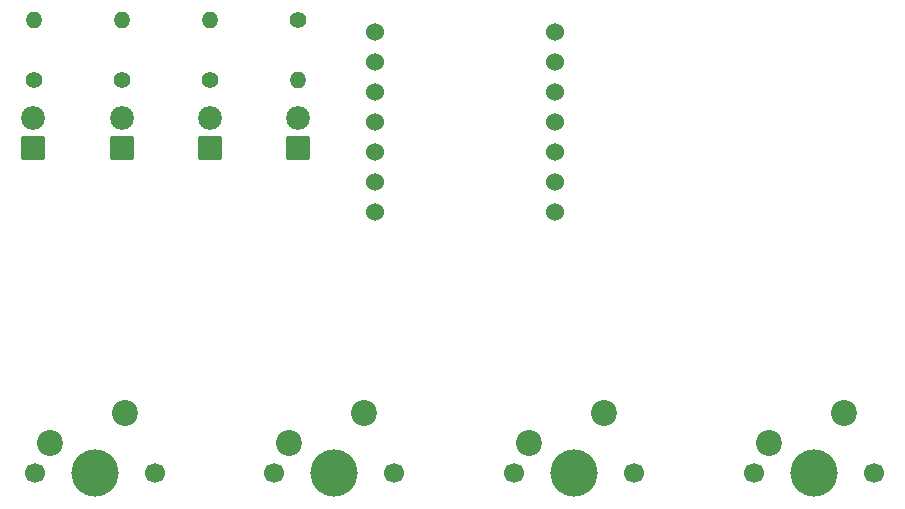
<source format=gbr>
%TF.GenerationSoftware,KiCad,Pcbnew,8.0.8*%
%TF.CreationDate,2025-07-03T12:07:37-04:00*%
%TF.ProjectId,pathfinder,70617468-6669-46e6-9465-722e6b696361,rev?*%
%TF.SameCoordinates,Original*%
%TF.FileFunction,Soldermask,Bot*%
%TF.FilePolarity,Negative*%
%FSLAX46Y46*%
G04 Gerber Fmt 4.6, Leading zero omitted, Abs format (unit mm)*
G04 Created by KiCad (PCBNEW 8.0.8) date 2025-07-03 12:07:37*
%MOMM*%
%LPD*%
G01*
G04 APERTURE LIST*
G04 Aperture macros list*
%AMRoundRect*
0 Rectangle with rounded corners*
0 $1 Rounding radius*
0 $2 $3 $4 $5 $6 $7 $8 $9 X,Y pos of 4 corners*
0 Add a 4 corners polygon primitive as box body*
4,1,4,$2,$3,$4,$5,$6,$7,$8,$9,$2,$3,0*
0 Add four circle primitives for the rounded corners*
1,1,$1+$1,$2,$3*
1,1,$1+$1,$4,$5*
1,1,$1+$1,$6,$7*
1,1,$1+$1,$8,$9*
0 Add four rect primitives between the rounded corners*
20,1,$1+$1,$2,$3,$4,$5,0*
20,1,$1+$1,$4,$5,$6,$7,0*
20,1,$1+$1,$6,$7,$8,$9,0*
20,1,$1+$1,$8,$9,$2,$3,0*%
G04 Aperture macros list end*
%ADD10C,2.019000*%
%ADD11RoundRect,0.102000X0.907500X-0.907500X0.907500X0.907500X-0.907500X0.907500X-0.907500X-0.907500X0*%
%ADD12C,1.700000*%
%ADD13C,4.000000*%
%ADD14C,2.200000*%
%ADD15C,1.400000*%
%ADD16O,1.400000X1.400000*%
%ADD17C,1.524000*%
G04 APERTURE END LIST*
D10*
%TO.C,D4*%
X98880000Y-74310000D03*
D11*
X98880000Y-76850000D03*
%TD*%
D12*
%TO.C,SW2*%
X96876666Y-104370000D03*
D13*
X101956666Y-104370000D03*
D12*
X107036666Y-104370000D03*
D14*
X104496666Y-99290000D03*
X98146666Y-101830000D03*
%TD*%
D12*
%TO.C,SW3*%
X117183332Y-104370000D03*
D13*
X122263332Y-104370000D03*
D12*
X127343332Y-104370000D03*
D14*
X124803332Y-99290000D03*
X118453332Y-101830000D03*
%TD*%
D12*
%TO.C,SW4*%
X137490000Y-104370000D03*
D13*
X142570000Y-104370000D03*
D12*
X147650000Y-104370000D03*
D14*
X145110000Y-99290000D03*
X138760000Y-101830000D03*
%TD*%
D15*
%TO.C,R1*%
X98880000Y-65990000D03*
D16*
X98880000Y-71070000D03*
%TD*%
D15*
%TO.C,R2*%
X76540000Y-71070000D03*
D16*
X76540000Y-65990000D03*
%TD*%
D10*
%TO.C,D1*%
X76484682Y-74310000D03*
D11*
X76484682Y-76850000D03*
%TD*%
D15*
%TO.C,R4*%
X91433332Y-71070000D03*
D16*
X91433332Y-65990000D03*
%TD*%
D12*
%TO.C,SW1*%
X76570000Y-104370000D03*
D13*
X81650000Y-104370000D03*
D12*
X86730000Y-104370000D03*
D14*
X84190000Y-99290000D03*
X77840000Y-101830000D03*
%TD*%
D10*
%TO.C,D2*%
X83949788Y-74310000D03*
D11*
X83949788Y-76850000D03*
%TD*%
D17*
%TO.C,U1*%
X105400000Y-67010000D03*
X105400000Y-69550000D03*
X105400000Y-72090000D03*
X105400000Y-74630000D03*
X105400000Y-77170000D03*
X105400000Y-79710000D03*
X105400000Y-82250000D03*
X120640000Y-82250000D03*
X120640000Y-79710000D03*
X120640000Y-77170000D03*
X120640000Y-74630000D03*
X120640000Y-72090000D03*
X120640000Y-69550000D03*
X120640000Y-67010000D03*
%TD*%
D15*
%TO.C,R3*%
X83986666Y-71070000D03*
D16*
X83986666Y-65990000D03*
%TD*%
D10*
%TO.C,D3*%
X91414894Y-74310000D03*
D11*
X91414894Y-76850000D03*
%TD*%
M02*

</source>
